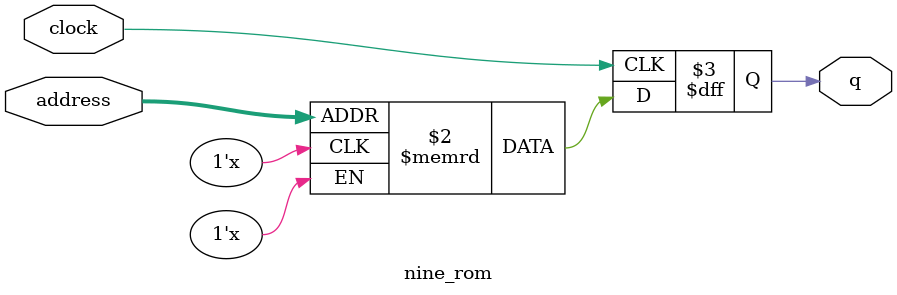
<source format=sv>
module nine_rom (
	input logic clock,
	input logic [8:0] address,
	output logic [0:0] q
);

logic [0:0] memory [0:511] /* synthesis ram_init_file = "./nine/nine.COE" */;

always_ff @ (posedge clock) begin
	q <= memory[address];
end

endmodule

</source>
